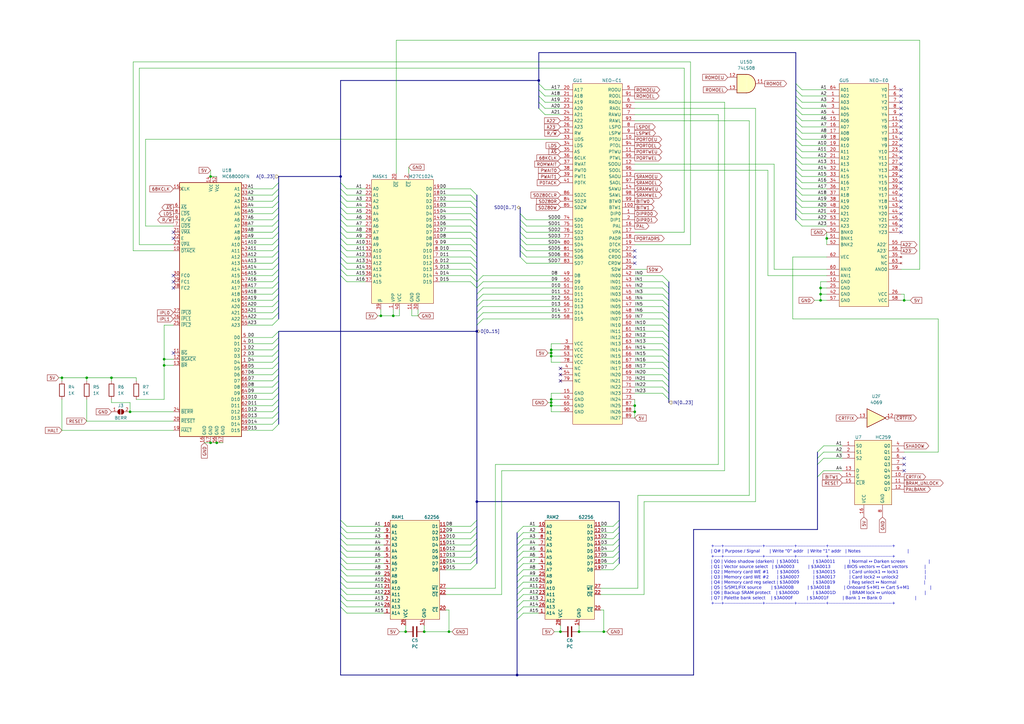
<source format=kicad_sch>
(kicad_sch (version 20250114) (generator "eeschema") (generator_version "9.0")
  (paper "A3")
  (title_block (title "NEO-MVH MV1FZS") (date "2025-10-13") (comment 1 "Not official schematic from SNK") (comment 2 "Use at your own discretion"))
  (text "+----+------------------------+------------------+------------------+----------------------------------------+\n| Q# | Purpose / Signal       | Write \"0\" addr   | Write \"1\" addr   | Notes                                  |\n+----+------------------------+------------------+------------------+----------------------------------------+\n| Q0 | Video shadow (darken)  | $3A0001          | $3A0011          | Normal ↔ Darken screen                 |\n| Q1 | Vector source select   | $3A0003          | $3A0013          | BIOS vectors ↔ Cart vectors            |\n| Q2 | Memory card WE #1      | $3A0005          | $3A0015          | Card unlock1 ↔ lock1                   |\n| Q3 | Memory card WE #2      | $3A0007          | $3A0017          | Card lock2 ↔ unlock2                   |\n| Q4 | Memory card reg select | $3A0009          | $3A0019          | Reg select ↔ Normal                    |\n| Q5 | S/SM1/FIX source       | $3A000B          | $3A001B          | Onboard S+M1 ↔ Cart S+M1               |\n| Q6 | Backup SRAM protect    | $3A000D          | $3A001D          | BRAM lock ↔ unlock                     |\n| Q7 | Palette bank select    | $3A000F          | $3A001F          | Bank 1 ↔ Bank 0                        |\n+----+------------------------+------------------+------------------+----------------------------------------+\n" (at 291.592 236.22 0) (effects (font (size 1.27 1.27)) (justify left)))
  (junction (at 53.34 168.91))
  (junction (at 220.98 33.02))
  (junction (at 195.58 135.89))
  (junction (at 184.15 259.08))
  (junction (at 35.56 154.94))
  (junction (at 226.06 163.83))
  (junction (at 156.21 129.54))
  (junction (at 339.09 97.79))
  (junction (at 336.55 120.65))
  (junction (at 67.31 149.86))
  (junction (at 226.06 146.05))
  (junction (at 45.72 154.94))
  (junction (at 161.29 129.54))
  (junction (at 212.09 276.86))
  (junction (at 173.99 259.08))
  (junction (at 86.36 181.61))
  (junction (at 195.58 205.74))
  (junction (at 260.35 168.91))
  (junction (at 226.06 143.51))
  (junction (at 139.7 72.39))
  (junction (at 166.37 259.08))
  (junction (at 226.06 165.1))
  (junction (at 88.9 181.61))
  (junction (at 229.87 259.08))
  (junction (at 247.65 259.08))
  (junction (at 237.49 259.08))
  (junction (at 370.84 123.19))
  (junction (at 336.55 118.11))
  (junction (at 336.55 123.19))
  (junction (at 260.35 166.37))
  (junction (at 226.06 144.78))
  (junction (at 86.36 72.39))
  (junction (at 226.06 166.37))
  (junction (at 25.4 154.94))
  (junction (at 67.31 147.32))
  (no_connect (at 71.12 97.79))
  (no_connect (at 369.57 72.39))
  (no_connect (at 369.57 90.17))
  (no_connect (at 71.12 95.25))
  (no_connect (at 229.87 151.13))
  (no_connect (at 370.84 187.96))
  (no_connect (at 369.57 92.71))
  (no_connect (at 71.12 118.11))
  (no_connect (at 369.57 59.69))
  (no_connect (at 369.57 95.25))
  (no_connect (at 370.84 193.04))
  (no_connect (at 369.57 36.83))
  (no_connect (at 369.57 41.91))
  (no_connect (at 369.57 67.31))
  (no_connect (at 369.57 62.23))
  (no_connect (at 260.35 107.95))
  (no_connect (at 229.87 156.21))
  (no_connect (at 369.57 69.85))
  (no_connect (at 369.57 87.63))
  (no_connect (at 369.57 44.45))
  (no_connect (at 370.84 190.5))
  (no_connect (at 71.12 144.78))
  (no_connect (at 369.57 57.15))
  (no_connect (at 369.57 80.01))
  (no_connect (at 369.57 82.55))
  (no_connect (at 369.57 39.37))
  (no_connect (at 260.35 102.87))
  (no_connect (at 369.57 52.07))
  (no_connect (at 260.35 105.41))
  (no_connect (at 369.57 49.53))
  (no_connect (at 71.12 115.57))
  (no_connect (at 229.87 153.67))
  (no_connect (at 369.57 46.99))
  (no_connect (at 71.12 113.03))
  (no_connect (at 369.57 74.93))
  (no_connect (at 369.57 85.09))
  (no_connect (at 369.57 77.47))
  (no_connect (at 369.57 54.61))
  (no_connect (at 369.57 64.77))
  (bus_entry (at 195.58 220.98) (size -2.54 2.54))
  (bus_entry (at 212.09 246.38) (size 2.54 -2.54))
  (bus_entry (at 114.3 138.43) (size -2.54 2.54))
  (bus_entry (at 139.7 236.22) (size 2.54 2.54))
  (bus_entry (at 114.3 102.87) (size -2.54 2.54))
  (bus_entry (at 335.28 195.58) (size 2.54 -2.54))
  (bus_entry (at 274.32 118.11) (size -2.54 -2.54))
  (bus_entry (at 114.3 128.27) (size -2.54 2.54))
  (bus_entry (at 212.09 228.6) (size 2.54 -2.54))
  (bus_entry (at 274.32 135.89) (size -2.54 -2.54))
  (bus_entry (at 254 226.06) (size -2.54 2.54))
  (bus_entry (at 326.39 34.29) (size 2.54 2.54))
  (bus_entry (at 195.58 218.44) (size -2.54 2.54))
  (bus_entry (at 114.3 173.99) (size -2.54 2.54))
  (bus_entry (at 139.7 74.93) (size 2.54 2.54))
  (bus_entry (at 114.3 161.29) (size -2.54 2.54))
  (bus_entry (at 195.58 102.87) (size -2.54 -2.54))
  (bus_entry (at 114.3 105.41) (size -2.54 2.54))
  (bus_entry (at 195.58 105.41) (size -2.54 -2.54))
  (bus_entry (at 254 215.9) (size -2.54 2.54))
  (bus_entry (at 139.7 246.38) (size 2.54 2.54))
  (bus_entry (at 195.58 118.11) (size 2.54 -2.54))
  (bus_entry (at 326.39 59.69) (size 2.54 2.54))
  (bus_entry (at 114.3 80.01) (size -2.54 2.54))
  (bus_entry (at 139.7 95.25) (size 2.54 2.54))
  (bus_entry (at 114.3 148.59) (size -2.54 2.54))
  (bus_entry (at 326.39 36.83) (size 2.54 2.54))
  (bus_entry (at 274.32 163.83) (size -2.54 -2.54))
  (bus_entry (at 212.09 248.92) (size 2.54 -2.54))
  (bus_entry (at 274.32 120.65) (size -2.54 -2.54))
  (bus_entry (at 114.3 118.11) (size -2.54 2.54))
  (bus_entry (at 212.09 238.76) (size 2.54 -2.54))
  (bus_entry (at 114.3 100.33) (size -2.54 2.54))
  (bus_entry (at 220.98 34.29) (size 2.54 2.54))
  (bus_entry (at 114.3 90.17) (size -2.54 2.54))
  (bus_entry (at 213.36 95.25) (size 2.54 2.54))
  (bus_entry (at 220.98 39.37) (size 2.54 2.54))
  (bus_entry (at 139.7 233.68) (size 2.54 2.54))
  (bus_entry (at 139.7 105.41) (size 2.54 2.54))
  (bus_entry (at 212.09 220.98) (size 2.54 -2.54))
  (bus_entry (at 114.3 125.73) (size -2.54 2.54))
  (bus_entry (at 326.39 54.61) (size 2.54 2.54))
  (bus_entry (at 195.58 115.57) (size -2.54 -2.54))
  (bus_entry (at 220.98 36.83) (size 2.54 2.54))
  (bus_entry (at 195.58 223.52) (size -2.54 2.54))
  (bus_entry (at 326.39 44.45) (size 2.54 2.54))
  (bus_entry (at 254 223.52) (size -2.54 2.54))
  (bus_entry (at 274.32 161.29) (size -2.54 -2.54))
  (bus_entry (at 139.7 215.9) (size 2.54 2.54))
  (bus_entry (at 274.32 128.27) (size -2.54 -2.54))
  (bus_entry (at 114.3 123.19) (size -2.54 2.54))
  (bus_entry (at 195.58 113.03) (size -2.54 -2.54))
  (bus_entry (at 114.3 74.93) (size -2.54 2.54))
  (bus_entry (at 139.7 243.84) (size 2.54 2.54))
  (bus_entry (at 274.32 158.75) (size -2.54 -2.54))
  (bus_entry (at 274.32 153.67) (size -2.54 -2.54))
  (bus_entry (at 114.3 85.09) (size -2.54 2.54))
  (bus_entry (at 335.28 185.42) (size 2.54 -2.54))
  (bus_entry (at 195.58 128.27) (size 2.54 -2.54))
  (bus_entry (at 213.36 102.87) (size 2.54 2.54))
  (bus_entry (at 139.7 223.52) (size 2.54 2.54))
  (bus_entry (at 139.7 110.49) (size 2.54 2.54))
  (bus_entry (at 254 231.14) (size -2.54 2.54))
  (bus_entry (at 212.09 236.22) (size 2.54 -2.54))
  (bus_entry (at 139.7 213.36) (size 2.54 2.54))
  (bus_entry (at 326.39 46.99) (size 2.54 2.54))
  (bus_entry (at 139.7 107.95) (size 2.54 2.54))
  (bus_entry (at 195.58 82.55) (size -2.54 -2.54))
  (bus_entry (at 326.39 41.91) (size 2.54 2.54))
  (bus_entry (at 139.7 82.55) (size 2.54 2.54))
  (bus_entry (at 213.36 87.63) (size 2.54 2.54))
  (bus_entry (at 335.28 190.5) (size 2.54 -2.54))
  (bus_entry (at 212.09 254) (size 2.54 -2.54))
  (bus_entry (at 274.32 151.13) (size -2.54 -2.54))
  (bus_entry (at 114.3 120.65) (size -2.54 2.54))
  (bus_entry (at 195.58 125.73) (size 2.54 -2.54))
  (bus_entry (at 139.7 226.06) (size 2.54 2.54))
  (bus_entry (at 114.3 115.57) (size -2.54 2.54))
  (bus_entry (at 195.58 228.6) (size -2.54 2.54))
  (bus_entry (at 114.3 168.91) (size -2.54 2.54))
  (bus_entry (at 195.58 115.57) (size 2.54 -2.54))
  (bus_entry (at 195.58 92.71) (size -2.54 -2.54))
  (bus_entry (at 195.58 110.49) (size -2.54 -2.54))
  (bus_entry (at 212.09 233.68) (size 2.54 -2.54))
  (bus_entry (at 326.39 80.01) (size 2.54 2.54))
  (bus_entry (at 114.3 158.75) (size -2.54 2.54))
  (bus_entry (at 139.7 238.76) (size 2.54 2.54))
  (bus_entry (at 220.98 44.45) (size 2.54 2.54))
  (bus_entry (at 274.32 125.73) (size -2.54 -2.54))
  (bus_entry (at 213.36 105.41) (size 2.54 2.54))
  (bus_entry (at 254 213.36) (size -2.54 2.54))
  (bus_entry (at 213.36 92.71) (size 2.54 2.54))
  (bus_entry (at 195.58 87.63) (size -2.54 -2.54))
  (bus_entry (at 326.39 67.31) (size 2.54 2.54))
  (bus_entry (at 114.3 107.95) (size -2.54 2.54))
  (bus_entry (at 195.58 95.25) (size -2.54 -2.54))
  (bus_entry (at 195.58 97.79) (size -2.54 -2.54))
  (bus_entry (at 114.3 151.13) (size -2.54 2.54))
  (bus_entry (at 326.39 90.17) (size 2.54 2.54))
  (bus_entry (at 212.09 223.52) (size 2.54 -2.54))
  (bus_entry (at 114.3 156.21) (size -2.54 2.54))
  (bus_entry (at 114.3 110.49) (size -2.54 2.54))
  (bus_entry (at 213.36 100.33) (size 2.54 2.54))
  (bus_entry (at 335.28 187.96) (size 2.54 -2.54))
  (bus_entry (at 195.58 213.36) (size -2.54 2.54))
  (bus_entry (at 274.32 140.97) (size -2.54 -2.54))
  (bus_entry (at 114.3 95.25) (size -2.54 2.54))
  (bus_entry (at 139.7 90.17) (size 2.54 2.54))
  (bus_entry (at 326.39 39.37) (size 2.54 2.54))
  (bus_entry (at 114.3 92.71) (size -2.54 2.54))
  (bus_entry (at 326.39 57.15) (size 2.54 2.54))
  (bus_entry (at 274.32 146.05) (size -2.54 -2.54))
  (bus_entry (at 195.58 231.14) (size -2.54 2.54))
  (bus_entry (at 139.7 241.3) (size 2.54 2.54))
  (bus_entry (at 326.39 62.23) (size 2.54 2.54))
  (bus_entry (at 139.7 87.63) (size 2.54 2.54))
  (bus_entry (at 326.39 69.85) (size 2.54 2.54))
  (bus_entry (at 212.09 218.44) (size 2.54 -2.54))
  (bus_entry (at 274.32 148.59) (size -2.54 -2.54))
  (bus_entry (at 139.7 218.44) (size 2.54 2.54))
  (bus_entry (at 114.3 97.79) (size -2.54 2.54))
  (bus_entry (at 274.32 123.19) (size -2.54 -2.54))
  (bus_entry (at 326.39 49.53) (size 2.54 2.54))
  (bus_entry (at 274.32 143.51) (size -2.54 -2.54))
  (bus_entry (at 114.3 140.97) (size -2.54 2.54))
  (bus_entry (at 326.39 72.39) (size 2.54 2.54))
  (bus_entry (at 114.3 166.37) (size -2.54 2.54))
  (bus_entry (at 212.09 251.46) (size 2.54 -2.54))
  (bus_entry (at 274.32 138.43) (size -2.54 -2.54))
  (bus_entry (at 139.7 231.14) (size 2.54 2.54))
  (bus_entry (at 274.32 156.21) (size -2.54 -2.54))
  (bus_entry (at 195.58 85.09) (size -2.54 -2.54))
  (bus_entry (at 139.7 102.87) (size 2.54 2.54))
  (bus_entry (at 114.3 77.47) (size -2.54 2.54))
  (bus_entry (at 114.3 153.67) (size -2.54 2.54))
  (bus_entry (at 274.32 115.57) (size -2.54 -2.54))
  (bus_entry (at 139.7 113.03) (size 2.54 2.54))
  (bus_entry (at 139.7 248.92) (size 2.54 2.54))
  (bus_entry (at 139.7 80.01) (size 2.54 2.54))
  (bus_entry (at 326.39 74.93) (size 2.54 2.54))
  (bus_entry (at 274.32 130.81) (size -2.54 -2.54))
  (bus_entry (at 195.58 215.9) (size -2.54 2.54))
  (bus_entry (at 114.3 163.83) (size -2.54 2.54))
  (bus_entry (at 212.09 241.3) (size 2.54 -2.54))
  (bus_entry (at 213.36 97.79) (size 2.54 2.54))
  (bus_entry (at 254 218.44) (size -2.54 2.54))
  (bus_entry (at 195.58 120.65) (size 2.54 -2.54))
  (bus_entry (at 114.3 87.63) (size -2.54 2.54))
  (bus_entry (at 114.3 113.03) (size -2.54 2.54))
  (bus_entry (at 195.58 130.81) (size 2.54 -2.54))
  (bus_entry (at 195.58 133.35) (size 2.54 -2.54))
  (bus_entry (at 326.39 64.77) (size 2.54 2.54))
  (bus_entry (at 114.3 82.55) (size -2.54 2.54))
  (bus_entry (at 139.7 92.71) (size 2.54 2.54))
  (bus_entry (at 326.39 52.07) (size 2.54 2.54))
  (bus_entry (at 326.39 77.47) (size 2.54 2.54))
  (bus_entry (at 274.32 133.35) (size -2.54 -2.54))
  (bus_entry (at 326.39 82.55) (size 2.54 2.54))
  (bus_entry (at 195.58 100.33) (size -2.54 -2.54))
  (bus_entry (at 212.09 226.06) (size 2.54 -2.54))
  (bus_entry (at 139.7 228.6) (size 2.54 2.54))
  (bus_entry (at 326.39 85.09) (size 2.54 2.54))
  (bus_entry (at 213.36 90.17) (size 2.54 2.54))
  (bus_entry (at 220.98 41.91) (size 2.54 2.54))
  (bus_entry (at 114.3 130.81) (size -2.54 2.54))
  (bus_entry (at 195.58 80.01) (size -2.54 -2.54))
  (bus_entry (at 139.7 77.47) (size 2.54 2.54))
  (bus_entry (at 139.7 220.98) (size 2.54 2.54))
  (bus_entry (at 114.3 146.05) (size -2.54 2.54))
  (bus_entry (at 195.58 226.06) (size -2.54 2.54))
  (bus_entry (at 114.3 135.89) (size -2.54 2.54))
  (bus_entry (at 195.58 90.17) (size -2.54 -2.54))
  (bus_entry (at 114.3 171.45) (size -2.54 2.54))
  (bus_entry (at 139.7 100.33) (size 2.54 2.54))
  (bus_entry (at 254 228.6) (size -2.54 2.54))
  (bus_entry (at 212.09 243.84) (size 2.54 -2.54))
  (bus_entry (at 254 220.98) (size -2.54 2.54))
  (bus_entry (at 114.3 143.51) (size -2.54 2.54))
  (bus_entry (at 139.7 97.79) (size 2.54 2.54))
  (bus_entry (at 195.58 107.95) (size -2.54 -2.54))
  (bus_entry (at 326.39 87.63) (size 2.54 2.54))
  (bus_entry (at 195.58 123.19) (size 2.54 -2.54))
  (bus_entry (at 195.58 118.11) (size -2.54 -2.54))
  (bus_entry (at 212.09 231.14) (size 2.54 -2.54))
  (bus_entry (at 139.7 85.09) (size 2.54 2.54))
  (bus (pts (xy 114.3 168.91) (xy 114.3 171.45)))
  (bus (pts (xy 139.7 226.06) (xy 139.7 228.6)))
  (wire (pts (xy 370.84 120.65) (xy 370.84 123.19)))
  (wire (pts (xy 168.91 129.54) (xy 168.91 127)))
  (wire (pts (xy 247.65 259.08) (xy 237.49 259.08)))
  (bus (pts (xy 195.58 123.19) (xy 195.58 125.73)))
  (wire (pts (xy 142.24 243.84) (xy 157.48 243.84)))
  (wire (pts (xy 260.35 166.37) (xy 260.35 168.91)))
  (wire (pts (xy 101.6 92.71) (xy 111.76 92.71)))
  (wire (pts (xy 198.12 120.65) (xy 229.87 120.65)))
  (wire (pts (xy 142.24 80.01) (xy 149.86 80.01)))
  (bus (pts (xy 195.58 118.11) (xy 195.58 120.65)))
  (bus (pts (xy 114.3 153.67) (xy 114.3 156.21)))
  (bus (pts (xy 139.7 77.47) (xy 139.7 80.01)))
  (bus (pts (xy 195.58 85.09) (xy 195.58 87.63)))
  (wire (pts (xy 317.5 67.31) (xy 317.5 110.49)))
  (wire (pts (xy 339.09 95.25) (xy 339.09 97.79)))
  (bus (pts (xy 195.58 107.95) (xy 195.58 110.49)))
  (wire (pts (xy 307.34 49.53) (xy 307.34 203.2)))
  (wire (pts (xy 369.57 120.65) (xy 370.84 120.65)))
  (wire (pts (xy 24.13 154.94) (xy 25.4 154.94)))
  (bus (pts (xy 114.3 92.71) (xy 114.3 95.25)))
  (wire (pts (xy 203.2 190.5) (xy 203.2 241.3)))
  (wire (pts (xy 101.6 118.11) (xy 111.76 118.11)))
  (wire (pts (xy 214.63 251.46) (xy 220.98 251.46)))
  (wire (pts (xy 246.38 223.52) (xy 251.46 223.52)))
  (bus (pts (xy 139.7 231.14) (xy 139.7 233.68)))
  (wire (pts (xy 59.69 92.71) (xy 59.69 57.15)))
  (wire (pts (xy 180.34 95.25) (xy 193.04 95.25)))
  (wire (pts (xy 260.35 67.31) (xy 317.5 67.31)))
  (wire (pts (xy 101.6 102.87) (xy 111.76 102.87)))
  (wire (pts (xy 25.4 154.94) (xy 25.4 156.21)))
  (bus (pts (xy 212.09 241.3) (xy 212.09 243.84)))
  (wire (pts (xy 53.34 168.91) (xy 71.12 168.91)))
  (wire (pts (xy 215.9 97.79) (xy 229.87 97.79)))
  (bus (pts (xy 195.58 113.03) (xy 195.58 115.57)))
  (bus (pts (xy 139.7 243.84) (xy 139.7 246.38)))
  (wire (pts (xy 339.09 62.23) (xy 328.93 62.23)))
  (bus (pts (xy 212.09 243.84) (xy 212.09 246.38)))
  (bus (pts (xy 326.39 82.55) (xy 326.39 85.09)))
  (bus (pts (xy 195.58 120.65) (xy 195.58 123.19)))
  (bus (pts (xy 114.3 148.59) (xy 114.3 151.13)))
  (bus (pts (xy 139.7 213.36) (xy 139.7 215.9)))
  (wire (pts (xy 223.52 39.37) (xy 229.87 39.37)))
  (bus (pts (xy 195.58 97.79) (xy 195.58 100.33)))
  (bus (pts (xy 212.09 236.22) (xy 212.09 238.76)))
  (bus (pts (xy 139.7 220.98) (xy 139.7 223.52)))
  (wire (pts (xy 101.6 125.73) (xy 111.76 125.73)))
  (bus (pts (xy 326.39 87.63) (xy 326.39 90.17)))
  (bus (pts (xy 139.7 74.93) (xy 139.7 77.47)))
  (wire (pts (xy 67.31 133.35) (xy 67.31 147.32)))
  (wire (pts (xy 226.06 140.97) (xy 229.87 140.97)))
  (bus (pts (xy 220.98 34.29) (xy 220.98 36.83)))
  (bus (pts (xy 274.32 138.43) (xy 274.32 140.97)))
  (bus (pts (xy 274.32 128.27) (xy 274.32 130.81)))
  (bus (pts (xy 114.3 125.73) (xy 114.3 128.27)))
  (wire (pts (xy 71.12 92.71) (xy 59.69 92.71)))
  (wire (pts (xy 214.63 243.84) (xy 220.98 243.84)))
  (bus (pts (xy 335.28 195.58) (xy 335.28 217.17)))
  (bus (pts (xy 213.36 100.33) (xy 213.36 102.87)))
  (wire (pts (xy 101.6 161.29) (xy 111.76 161.29)))
  (wire (pts (xy 57.15 27.94) (xy 280.67 27.94)))
  (bus (pts (xy 195.58 80.01) (xy 195.58 82.55)))
  (wire (pts (xy 336.55 123.19) (xy 339.09 123.19)))
  (wire (pts (xy 339.09 36.83) (xy 328.93 36.83)))
  (wire (pts (xy 142.24 110.49) (xy 149.86 110.49)))
  (wire (pts (xy 223.52 46.99) (xy 229.87 46.99)))
  (bus (pts (xy 195.58 110.49) (xy 195.58 113.03)))
  (bus (pts (xy 213.36 102.87) (xy 213.36 105.41)))
  (wire (pts (xy 101.6 97.79) (xy 111.76 97.79)))
  (bus (pts (xy 139.7 72.39) (xy 139.7 33.02)))
  (bus (pts (xy 114.3 118.11) (xy 114.3 120.65)))
  (wire (pts (xy 67.31 149.86) (xy 67.31 163.83)))
  (bus (pts (xy 213.36 90.17) (xy 213.36 92.71)))
  (wire (pts (xy 226.06 163.83) (xy 229.87 163.83)))
  (bus (pts (xy 139.7 95.25) (xy 139.7 97.79)))
  (wire (pts (xy 142.24 90.17) (xy 149.86 90.17)))
  (bus (pts (xy 220.98 33.02) (xy 220.98 34.29)))
  (wire (pts (xy 67.31 149.86) (xy 71.12 149.86)))
  (wire (pts (xy 294.64 46.99) (xy 294.64 190.5)))
  (wire (pts (xy 336.55 123.19) (xy 334.01 123.19)))
  (wire (pts (xy 101.6 85.09) (xy 111.76 85.09)))
  (wire (pts (xy 223.52 44.45) (xy 229.87 44.45)))
  (wire (pts (xy 142.24 115.57) (xy 149.86 115.57)))
  (wire (pts (xy 182.88 226.06) (xy 193.04 226.06)))
  (bus (pts (xy 139.7 228.6) (xy 139.7 231.14)))
  (wire (pts (xy 309.88 205.74) (xy 264.16 205.74)))
  (bus (pts (xy 326.39 64.77) (xy 326.39 67.31)))
  (wire (pts (xy 156.21 127) (xy 156.21 129.54)))
  (bus (pts (xy 220.98 21.59) (xy 326.39 21.59)))
  (wire (pts (xy 339.09 39.37) (xy 328.93 39.37)))
  (bus (pts (xy 326.39 77.47) (xy 326.39 80.01)))
  (bus (pts (xy 195.58 205.74) (xy 254 205.74)))
  (wire (pts (xy 67.31 163.83) (xy 55.88 163.83)))
  (wire (pts (xy 156.21 129.54) (xy 161.29 129.54)))
  (wire (pts (xy 226.06 146.05) (xy 229.87 146.05)))
  (bus (pts (xy 114.3 140.97) (xy 114.3 143.51)))
  (wire (pts (xy 214.63 248.92) (xy 220.98 248.92)))
  (wire (pts (xy 314.96 69.85) (xy 314.96 113.03)))
  (wire (pts (xy 142.24 236.22) (xy 157.48 236.22)))
  (wire (pts (xy 59.69 57.15) (xy 229.87 57.15)))
  (wire (pts (xy 161.29 127) (xy 161.29 129.54)))
  (wire (pts (xy 142.24 77.47) (xy 149.86 77.47)))
  (bus (pts (xy 326.39 72.39) (xy 326.39 74.93)))
  (wire (pts (xy 215.9 92.71) (xy 229.87 92.71)))
  (bus (pts (xy 114.3 146.05) (xy 114.3 148.59)))
  (bus (pts (xy 326.39 41.91) (xy 326.39 44.45)))
  (wire (pts (xy 101.6 130.81) (xy 111.76 130.81)))
  (wire (pts (xy 309.88 44.45) (xy 309.88 205.74)))
  (bus (pts (xy 212.09 231.14) (xy 212.09 233.68)))
  (bus (pts (xy 114.3 151.13) (xy 114.3 153.67)))
  (wire (pts (xy 198.12 125.73) (xy 229.87 125.73)))
  (wire (pts (xy 283.21 25.4) (xy 283.21 100.33)))
  (wire (pts (xy 71.12 133.35) (xy 67.31 133.35)))
  (wire (pts (xy 25.4 163.83) (xy 25.4 176.53)))
  (wire (pts (xy 226.06 146.05) (xy 226.06 144.78)))
  (wire (pts (xy 180.34 100.33) (xy 193.04 100.33)))
  (wire (pts (xy 198.12 123.19) (xy 229.87 123.19)))
  (wire (pts (xy 339.09 90.17) (xy 328.93 90.17)))
  (wire (pts (xy 35.56 154.94) (xy 35.56 156.21)))
  (bus (pts (xy 212.09 238.76) (xy 212.09 241.3)))
  (bus (pts (xy 254 228.6) (xy 254 231.14)))
  (bus (pts (xy 326.39 46.99) (xy 326.39 49.53)))
  (wire (pts (xy 142.24 95.25) (xy 149.86 95.25)))
  (bus (pts (xy 274.32 133.35) (xy 274.32 135.89)))
  (wire (pts (xy 339.09 69.85) (xy 328.93 69.85)))
  (bus (pts (xy 139.7 80.01) (xy 139.7 82.55)))
  (wire (pts (xy 101.6 163.83) (xy 111.76 163.83)))
  (bus (pts (xy 274.32 158.75) (xy 274.32 161.29)))
  (bus (pts (xy 274.32 130.81) (xy 274.32 133.35)))
  (wire (pts (xy 325.12 105.41) (xy 325.12 130.81)))
  (wire (pts (xy 71.12 100.33) (xy 57.15 100.33)))
  (bus (pts (xy 335.28 185.42) (xy 335.28 187.96)))
  (wire (pts (xy 198.12 130.81) (xy 229.87 130.81)))
  (wire (pts (xy 198.12 113.03) (xy 229.87 113.03)))
  (wire (pts (xy 336.55 115.57) (xy 339.09 115.57)))
  (wire (pts (xy 325.12 130.81) (xy 384.81 130.81)))
  (bus (pts (xy 139.7 276.86) (xy 212.09 276.86)))
  (wire (pts (xy 180.34 80.01) (xy 193.04 80.01)))
  (wire (pts (xy 226.06 143.51) (xy 226.06 140.97)))
  (wire (pts (xy 339.09 87.63) (xy 328.93 87.63)))
  (wire (pts (xy 246.38 228.6) (xy 251.46 228.6)))
  (bus (pts (xy 139.7 218.44) (xy 139.7 220.98)))
  (wire (pts (xy 142.24 218.44) (xy 157.48 218.44)))
  (wire (pts (xy 35.56 154.94) (xy 45.72 154.94)))
  (wire (pts (xy 101.6 82.55) (xy 111.76 82.55)))
  (bus (pts (xy 220.98 33.02) (xy 220.98 21.59)))
  (bus (pts (xy 139.7 107.95) (xy 139.7 110.49)))
  (bus (pts (xy 139.7 82.55) (xy 139.7 85.09)))
  (wire (pts (xy 337.82 182.88) (xy 345.44 182.88)))
  (bus (pts (xy 213.36 95.25) (xy 213.36 97.79)))
  (bus (pts (xy 284.48 217.17) (xy 335.28 217.17)))
  (wire (pts (xy 339.09 82.55) (xy 328.93 82.55)))
  (bus (pts (xy 274.32 143.51) (xy 274.32 146.05)))
  (wire (pts (xy 369.57 123.19) (xy 370.84 123.19)))
  (wire (pts (xy 339.09 41.91) (xy 328.93 41.91)))
  (wire (pts (xy 101.6 90.17) (xy 111.76 90.17)))
  (bus (pts (xy 114.3 87.63) (xy 114.3 90.17)))
  (wire (pts (xy 214.63 236.22) (xy 220.98 236.22)))
  (wire (pts (xy 182.88 233.68) (xy 193.04 233.68)))
  (wire (pts (xy 86.36 72.39) (xy 88.9 72.39)))
  (wire (pts (xy 260.35 135.89) (xy 271.78 135.89)))
  (wire (pts (xy 180.34 92.71) (xy 193.04 92.71)))
  (bus (pts (xy 139.7 100.33) (xy 139.7 102.87)))
  (bus (pts (xy 326.39 52.07) (xy 326.39 54.61)))
  (wire (pts (xy 336.55 120.65) (xy 336.55 123.19)))
  (bus (pts (xy 195.58 205.74) (xy 195.58 213.36)))
  (wire (pts (xy 205.74 193.04) (xy 205.74 243.84)))
  (bus (pts (xy 284.48 276.86) (xy 284.48 217.17)))
  (bus (pts (xy 254 220.98) (xy 254 223.52)))
  (wire (pts (xy 317.5 110.49) (xy 339.09 110.49)))
  (wire (pts (xy 339.09 74.93) (xy 328.93 74.93)))
  (bus (pts (xy 212.09 226.06) (xy 212.09 228.6)))
  (wire (pts (xy 246.38 226.06) (xy 251.46 226.06)))
  (bus (pts (xy 274.32 135.89) (xy 274.32 138.43)))
  (bus (pts (xy 114.3 120.65) (xy 114.3 123.19)))
  (wire (pts (xy 101.6 107.95) (xy 111.76 107.95)))
  (bus (pts (xy 326.39 36.83) (xy 326.39 39.37)))
  (wire (pts (xy 260.35 163.83) (xy 260.35 166.37)))
  (bus (pts (xy 139.7 215.9) (xy 139.7 218.44)))
  (bus (pts (xy 274.32 151.13) (xy 274.32 153.67)))
  (wire (pts (xy 57.15 100.33) (xy 57.15 27.94)))
  (wire (pts (xy 260.35 151.13) (xy 271.78 151.13)))
  (wire (pts (xy 173.99 256.54) (xy 173.99 259.08)))
  (wire (pts (xy 101.6 133.35) (xy 111.76 133.35)))
  (bus (pts (xy 195.58 220.98) (xy 195.58 223.52)))
  (wire (pts (xy 182.88 231.14) (xy 193.04 231.14)))
  (bus (pts (xy 114.3 72.39) (xy 114.3 74.93)))
  (wire (pts (xy 260.35 110.49) (xy 265.43 110.49)))
  (wire (pts (xy 260.35 158.75) (xy 271.78 158.75)))
  (bus (pts (xy 213.36 97.79) (xy 213.36 100.33)))
  (bus (pts (xy 212.09 218.44) (xy 212.09 220.98)))
  (wire (pts (xy 215.9 90.17) (xy 229.87 90.17)))
  (wire (pts (xy 339.09 59.69) (xy 328.93 59.69)))
  (wire (pts (xy 142.24 228.6) (xy 157.48 228.6)))
  (wire (pts (xy 260.35 153.67) (xy 271.78 153.67)))
  (bus (pts (xy 335.28 190.5) (xy 335.28 195.58)))
  (bus (pts (xy 212.09 220.98) (xy 212.09 223.52)))
  (bus (pts (xy 254 215.9) (xy 254 218.44)))
  (bus (pts (xy 274.32 163.83) (xy 274.32 165.1)))
  (wire (pts (xy 226.06 161.29) (xy 229.87 161.29)))
  (bus (pts (xy 326.39 39.37) (xy 326.39 41.91)))
  (wire (pts (xy 171.45 129.54) (xy 168.91 129.54)))
  (wire (pts (xy 101.6 128.27) (xy 111.76 128.27)))
  (wire (pts (xy 185.42 259.08) (xy 184.15 259.08)))
  (wire (pts (xy 101.6 80.01) (xy 111.76 80.01)))
  (bus (pts (xy 326.39 74.93) (xy 326.39 77.47)))
  (wire (pts (xy 226.06 166.37) (xy 229.87 166.37)))
  (wire (pts (xy 214.63 233.68) (xy 220.98 233.68)))
  (wire (pts (xy 227.33 259.08) (xy 229.87 259.08)))
  (bus (pts (xy 114.3 100.33) (xy 114.3 102.87)))
  (bus (pts (xy 274.32 115.57) (xy 274.32 118.11)))
  (wire (pts (xy 226.06 168.91) (xy 229.87 168.91)))
  (bus (pts (xy 139.7 102.87) (xy 139.7 105.41)))
  (bus (pts (xy 195.58 223.52) (xy 195.58 226.06)))
  (wire (pts (xy 101.6 105.41) (xy 111.76 105.41)))
  (bus (pts (xy 212.09 223.52) (xy 212.09 226.06)))
  (wire (pts (xy 182.88 228.6) (xy 193.04 228.6)))
  (wire (pts (xy 161.29 129.54) (xy 163.83 129.54)))
  (bus (pts (xy 114.3 82.55) (xy 114.3 85.09)))
  (bus (pts (xy 195.58 82.55) (xy 195.58 85.09)))
  (bus (pts (xy 114.3 110.49) (xy 114.3 113.03)))
  (bus (pts (xy 326.39 49.53) (xy 326.39 52.07)))
  (wire (pts (xy 377.19 110.49) (xy 369.57 110.49)))
  (wire (pts (xy 180.34 115.57) (xy 193.04 115.57)))
  (wire (pts (xy 101.6 153.67) (xy 111.76 153.67)))
  (wire (pts (xy 260.35 148.59) (xy 271.78 148.59)))
  (bus (pts (xy 114.3 143.51) (xy 114.3 146.05)))
  (wire (pts (xy 260.35 146.05) (xy 271.78 146.05)))
  (wire (pts (xy 223.52 41.91) (xy 229.87 41.91)))
  (wire (pts (xy 339.09 80.01) (xy 328.93 80.01)))
  (wire (pts (xy 101.6 176.53) (xy 111.76 176.53)))
  (wire (pts (xy 162.56 16.51) (xy 162.56 71.12)))
  (wire (pts (xy 101.6 168.91) (xy 111.76 168.91)))
  (wire (pts (xy 264.16 243.84) (xy 264.16 205.74)))
  (wire (pts (xy 370.84 123.19) (xy 373.38 123.19)))
  (bus (pts (xy 139.7 105.41) (xy 139.7 107.95)))
  (bus (pts (xy 114.3 74.93) (xy 114.3 77.47)))
  (wire (pts (xy 54.61 25.4) (xy 283.21 25.4)))
  (bus (pts (xy 114.3 163.83) (xy 114.3 166.37)))
  (wire (pts (xy 25.4 154.94) (xy 35.56 154.94)))
  (bus (pts (xy 195.58 125.73) (xy 195.58 128.27)))
  (wire (pts (xy 271.78 115.57) (xy 260.35 115.57)))
  (bus (pts (xy 212.09 228.6) (xy 212.09 231.14)))
  (wire (pts (xy 180.34 97.79) (xy 193.04 97.79)))
  (wire (pts (xy 384.81 130.81) (xy 384.81 185.42)))
  (wire (pts (xy 214.63 238.76) (xy 220.98 238.76)))
  (wire (pts (xy 260.35 118.11) (xy 271.78 118.11)))
  (wire (pts (xy 180.34 110.49) (xy 193.04 110.49)))
  (wire (pts (xy 101.6 148.59) (xy 111.76 148.59)))
  (wire (pts (xy 101.6 110.49) (xy 111.76 110.49)))
  (wire (pts (xy 224.79 165.1) (xy 226.06 165.1)))
  (bus (pts (xy 195.58 226.06) (xy 195.58 228.6)))
  (wire (pts (xy 339.09 52.07) (xy 328.93 52.07)))
  (wire (pts (xy 184.15 250.19) (xy 182.88 250.19)))
  (wire (pts (xy 180.34 82.55) (xy 193.04 82.55)))
  (bus (pts (xy 139.7 238.76) (xy 139.7 241.3)))
  (wire (pts (xy 260.35 46.99) (xy 294.64 46.99)))
  (bus (pts (xy 220.98 36.83) (xy 220.98 39.37)))
  (wire (pts (xy 336.55 118.11) (xy 336.55 120.65)))
  (wire (pts (xy 180.34 105.41) (xy 193.04 105.41)))
  (bus (pts (xy 212.09 248.92) (xy 212.09 251.46)))
  (wire (pts (xy 182.88 215.9) (xy 193.04 215.9)))
  (bus (pts (xy 326.39 62.23) (xy 326.39 64.77)))
  (bus (pts (xy 114.3 138.43) (xy 114.3 140.97)))
  (bus (pts (xy 195.58 218.44) (xy 195.58 220.98)))
  (wire (pts (xy 246.38 243.84) (xy 264.16 243.84)))
  (bus (pts (xy 326.39 80.01) (xy 326.39 82.55)))
  (wire (pts (xy 214.63 226.06) (xy 220.98 226.06)))
  (wire (pts (xy 86.36 69.85) (xy 86.36 72.39)))
  (wire (pts (xy 25.4 176.53) (xy 71.12 176.53)))
  (wire (pts (xy 226.06 148.59) (xy 226.06 146.05)))
  (bus (pts (xy 326.39 57.15) (xy 326.39 59.69)))
  (wire (pts (xy 142.24 107.95) (xy 149.86 107.95)))
  (bus (pts (xy 254 213.36) (xy 254 205.74)))
  (wire (pts (xy 180.34 113.03) (xy 193.04 113.03)))
  (bus (pts (xy 195.58 105.41) (xy 195.58 107.95)))
  (bus (pts (xy 114.3 97.79) (xy 114.3 100.33)))
  (wire (pts (xy 101.6 151.13) (xy 111.76 151.13)))
  (bus (pts (xy 139.7 90.17) (xy 139.7 92.71)))
  (wire (pts (xy 142.24 231.14) (xy 157.48 231.14)))
  (wire (pts (xy 339.09 67.31) (xy 328.93 67.31)))
  (bus (pts (xy 195.58 90.17) (xy 195.58 92.71)))
  (wire (pts (xy 205.74 193.04) (xy 297.18 193.04)))
  (wire (pts (xy 260.35 120.65) (xy 271.78 120.65)))
  (wire (pts (xy 53.34 165.1) (xy 53.34 168.91)))
  (bus (pts (xy 212.09 276.86) (xy 284.48 276.86)))
  (wire (pts (xy 226.06 163.83) (xy 226.06 161.29)))
  (wire (pts (xy 339.09 57.15) (xy 328.93 57.15)))
  (wire (pts (xy 198.12 115.57) (xy 229.87 115.57)))
  (wire (pts (xy 336.55 115.57) (xy 336.55 118.11)))
  (wire (pts (xy 226.06 165.1) (xy 226.06 166.37)))
  (wire (pts (xy 142.24 105.41) (xy 149.86 105.41)))
  (bus (pts (xy 274.32 148.59) (xy 274.32 151.13)))
  (bus (pts (xy 114.3 90.17) (xy 114.3 92.71)))
  (bus (pts (xy 139.7 74.93) (xy 139.7 72.39)))
  (wire (pts (xy 142.24 233.68) (xy 157.48 233.68)))
  (wire (pts (xy 101.6 158.75) (xy 111.76 158.75)))
  (bus (pts (xy 195.58 92.71) (xy 195.58 95.25)))
  (wire (pts (xy 101.6 113.03) (xy 111.76 113.03)))
  (wire (pts (xy 294.64 190.5) (xy 203.2 190.5)))
  (bus (pts (xy 114.3 85.09) (xy 114.3 87.63)))
  (bus (pts (xy 195.58 213.36) (xy 195.58 215.9)))
  (wire (pts (xy 246.38 218.44) (xy 251.46 218.44)))
  (wire (pts (xy 261.62 203.2) (xy 261.62 241.3)))
  (bus (pts (xy 114.3 77.47) (xy 114.3 80.01)))
  (bus (pts (xy 114.3 128.27) (xy 114.3 130.81)))
  (bus (pts (xy 195.58 215.9) (xy 195.58 218.44)))
  (wire (pts (xy 214.63 220.98) (xy 220.98 220.98)))
  (wire (pts (xy 260.35 168.91) (xy 260.35 171.45)))
  (wire (pts (xy 229.87 256.54) (xy 229.87 259.08)))
  (wire (pts (xy 203.2 241.3) (xy 182.88 241.3)))
  (bus (pts (xy 220.98 41.91) (xy 220.98 44.45)))
  (wire (pts (xy 215.9 95.25) (xy 229.87 95.25)))
  (wire (pts (xy 215.9 100.33) (xy 229.87 100.33)))
  (wire (pts (xy 101.6 87.63) (xy 111.76 87.63)))
  (bus (pts (xy 114.3 161.29) (xy 114.3 163.83)))
  (wire (pts (xy 246.38 215.9) (xy 251.46 215.9)))
  (wire (pts (xy 339.09 85.09) (xy 328.93 85.09)))
  (bus (pts (xy 213.36 92.71) (xy 213.36 95.25)))
  (bus (pts (xy 139.7 72.39) (xy 114.3 72.39)))
  (wire (pts (xy 260.35 44.45) (xy 309.88 44.45)))
  (wire (pts (xy 101.6 77.47) (xy 111.76 77.47)))
  (wire (pts (xy 101.6 95.25) (xy 111.76 95.25)))
  (wire (pts (xy 205.74 243.84) (xy 182.88 243.84)))
  (wire (pts (xy 180.34 77.47) (xy 193.04 77.47)))
  (wire (pts (xy 142.24 215.9) (xy 157.48 215.9)))
  (wire (pts (xy 377.19 16.51) (xy 377.19 110.49)))
  (wire (pts (xy 339.09 46.99) (xy 328.93 46.99)))
  (wire (pts (xy 180.34 85.09) (xy 193.04 85.09)))
  (wire (pts (xy 339.09 49.53) (xy 328.93 49.53)))
  (bus (pts (xy 274.32 156.21) (xy 274.32 158.75)))
  (wire (pts (xy 101.6 100.33) (xy 111.76 100.33)))
  (wire (pts (xy 35.56 163.83) (xy 35.56 172.72)))
  (wire (pts (xy 86.36 181.61) (xy 88.9 181.61)))
  (wire (pts (xy 180.34 107.95) (xy 193.04 107.95)))
  (wire (pts (xy 142.24 87.63) (xy 149.86 87.63)))
  (wire (pts (xy 214.63 223.52) (xy 220.98 223.52)))
  (wire (pts (xy 142.24 248.92) (xy 157.48 248.92)))
  (wire (pts (xy 142.24 223.52) (xy 157.48 223.52)))
  (bus (pts (xy 114.3 135.89) (xy 114.3 138.43)))
  (bus (pts (xy 326.39 44.45) (xy 326.39 46.99)))
  (bus (pts (xy 212.09 233.68) (xy 212.09 236.22)))
  (bus (pts (xy 139.7 248.92) (xy 139.7 276.86)))
  (bus (pts (xy 195.58 100.33) (xy 195.58 102.87)))
  (wire (pts (xy 182.88 220.98) (xy 193.04 220.98)))
  (bus (pts (xy 335.28 187.96) (xy 335.28 190.5)))
  (wire (pts (xy 248.92 259.08) (xy 247.65 259.08)))
  (bus (pts (xy 195.58 87.63) (xy 195.58 90.17)))
  (bus (pts (xy 139.7 87.63) (xy 139.7 90.17)))
  (bus (pts (xy 114.3 113.03) (xy 114.3 115.57)))
  (wire (pts (xy 182.88 218.44) (xy 193.04 218.44)))
  (wire (pts (xy 142.24 220.98) (xy 157.48 220.98)))
  (bus (pts (xy 326.39 67.31) (xy 326.39 69.85)))
  (wire (pts (xy 142.24 241.3) (xy 157.48 241.3)))
  (wire (pts (xy 214.63 228.6) (xy 220.98 228.6)))
  (bus (pts (xy 254 223.52) (xy 254 226.06)))
  (wire (pts (xy 101.6 146.05) (xy 111.76 146.05)))
  (wire (pts (xy 163.83 127) (xy 163.83 129.54)))
  (wire (pts (xy 223.52 36.83) (xy 229.87 36.83)))
  (bus (pts (xy 326.39 69.85) (xy 326.39 72.39)))
  (bus (pts (xy 274.32 123.19) (xy 274.32 125.73)))
  (wire (pts (xy 180.34 90.17) (xy 193.04 90.17)))
  (bus (pts (xy 326.39 21.59) (xy 326.39 34.29)))
  (bus (pts (xy 139.7 241.3) (xy 139.7 243.84)))
  (wire (pts (xy 337.82 193.04) (xy 345.44 193.04)))
  (wire (pts (xy 142.24 85.09) (xy 149.86 85.09)))
  (wire (pts (xy 260.35 125.73) (xy 271.78 125.73)))
  (wire (pts (xy 45.72 165.1) (xy 45.72 163.83)))
  (wire (pts (xy 182.88 223.52) (xy 193.04 223.52)))
  (wire (pts (xy 142.24 100.33) (xy 149.86 100.33)))
  (wire (pts (xy 180.34 87.63) (xy 193.04 87.63)))
  (wire (pts (xy 45.72 165.1) (xy 53.34 165.1)))
  (wire (pts (xy 339.09 92.71) (xy 328.93 92.71)))
  (wire (pts (xy 260.35 41.91) (xy 297.18 41.91)))
  (bus (pts (xy 139.7 85.09) (xy 139.7 87.63)))
  (wire (pts (xy 283.21 100.33) (xy 260.35 100.33)))
  (bus (pts (xy 139.7 246.38) (xy 139.7 248.92)))
  (bus (pts (xy 274.32 153.67) (xy 274.32 156.21)))
  (wire (pts (xy 260.35 133.35) (xy 271.78 133.35)))
  (wire (pts (xy 142.24 102.87) (xy 149.86 102.87)))
  (wire (pts (xy 171.45 127) (xy 171.45 129.54)))
  (wire (pts (xy 142.24 238.76) (xy 157.48 238.76)))
  (bus (pts (xy 212.09 254) (xy 212.09 276.86)))
  (wire (pts (xy 226.06 143.51) (xy 229.87 143.51)))
  (wire (pts (xy 260.35 123.19) (xy 271.78 123.19)))
  (wire (pts (xy 237.49 256.54) (xy 237.49 259.08)))
  (bus (pts (xy 114.3 105.41) (xy 114.3 107.95)))
  (wire (pts (xy 339.09 72.39) (xy 328.93 72.39)))
  (bus (pts (xy 114.3 156.21) (xy 114.3 158.75)))
  (bus (pts (xy 220.98 39.37) (xy 220.98 41.91)))
  (wire (pts (xy 280.67 95.25) (xy 260.35 95.25)))
  (wire (pts (xy 163.83 259.08) (xy 166.37 259.08)))
  (bus (pts (xy 114.3 102.87) (xy 114.3 105.41)))
  (wire (pts (xy 45.72 154.94) (xy 55.88 154.94)))
  (wire (pts (xy 55.88 154.94) (xy 55.88 156.21)))
  (wire (pts (xy 83.82 181.61) (xy 86.36 181.61)))
  (wire (pts (xy 337.82 187.96) (xy 345.44 187.96)))
  (bus (pts (xy 254 213.36) (xy 254 215.9)))
  (wire (pts (xy 101.6 143.51) (xy 111.76 143.51)))
  (wire (pts (xy 260.35 156.21) (xy 271.78 156.21)))
  (wire (pts (xy 226.06 166.37) (xy 226.06 168.91)))
  (wire (pts (xy 54.61 25.4) (xy 54.61 102.87)))
  (wire (pts (xy 215.9 105.41) (xy 229.87 105.41)))
  (bus (pts (xy 213.36 87.63) (xy 213.36 90.17)))
  (wire (pts (xy 184.15 259.08) (xy 173.99 259.08)))
  (wire (pts (xy 142.24 97.79) (xy 149.86 97.79)))
  (wire (pts (xy 142.24 246.38) (xy 157.48 246.38)))
  (wire (pts (xy 101.6 171.45) (xy 111.76 171.45)))
  (wire (pts (xy 246.38 231.14) (xy 251.46 231.14)))
  (bus (pts (xy 326.39 54.61) (xy 326.39 57.15)))
  (bus (pts (xy 139.7 110.49) (xy 139.7 113.03)))
  (wire (pts (xy 260.35 130.81) (xy 271.78 130.81)))
  (wire (pts (xy 88.9 181.61) (xy 91.44 181.61)))
  (wire (pts (xy 384.81 185.42) (xy 370.84 185.42)))
  (wire (pts (xy 101.6 166.37) (xy 111.76 166.37)))
  (wire (pts (xy 260.35 140.97) (xy 271.78 140.97)))
  (wire (pts (xy 260.35 113.03) (xy 271.78 113.03)))
  (wire (pts (xy 339.09 105.41) (xy 325.12 105.41)))
  (wire (pts (xy 198.12 118.11) (xy 229.87 118.11)))
  (bus (pts (xy 213.36 85.09) (xy 213.36 87.63)))
  (wire (pts (xy 101.6 123.19) (xy 111.76 123.19)))
  (bus (pts (xy 114.3 95.25) (xy 114.3 97.79)))
  (wire (pts (xy 247.65 250.19) (xy 247.65 259.08)))
  (wire (pts (xy 35.56 172.72) (xy 71.12 172.72)))
  (wire (pts (xy 214.63 246.38) (xy 220.98 246.38)))
  (wire (pts (xy 154.94 129.54) (xy 156.21 129.54)))
  (wire (pts (xy 260.35 138.43) (xy 271.78 138.43)))
  (wire (pts (xy 307.34 203.2) (xy 261.62 203.2)))
  (wire (pts (xy 339.09 54.61) (xy 328.93 54.61)))
  (wire (pts (xy 67.31 147.32) (xy 67.31 149.86)))
  (bus (pts (xy 212.09 251.46) (xy 212.09 254)))
  (bus (pts (xy 114.3 135.89) (xy 195.58 135.89)))
  (bus (pts (xy 114.3 80.01) (xy 114.3 82.55)))
  (bus (pts (xy 195.58 228.6) (xy 195.58 231.14)))
  (wire (pts (xy 198.12 128.27) (xy 229.87 128.27)))
  (wire (pts (xy 101.6 173.99) (xy 111.76 173.99)))
  (bus (pts (xy 195.58 130.81) (xy 195.58 133.35)))
  (bus (pts (xy 195.58 128.27) (xy 195.58 130.81)))
  (wire (pts (xy 101.6 120.65) (xy 111.76 120.65)))
  (wire (pts (xy 260.35 128.27) (xy 271.78 128.27)))
  (wire (pts (xy 314.96 69.85) (xy 260.35 69.85)))
  (wire (pts (xy 314.96 113.03) (xy 339.09 113.03)))
  (wire (pts (xy 142.24 113.03) (xy 149.86 113.03)))
  (wire (pts (xy 215.9 102.87) (xy 229.87 102.87)))
  (wire (pts (xy 142.24 226.06) (xy 157.48 226.06)))
  (wire (pts (xy 339.09 64.77) (xy 328.93 64.77)))
  (wire (pts (xy 101.6 156.21) (xy 111.76 156.21)))
  (wire (pts (xy 280.67 27.94) (xy 280.67 95.25)))
  (wire (pts (xy 339.09 44.45) (xy 328.93 44.45)))
  (wire (pts (xy 214.63 231.14) (xy 220.98 231.14)))
  (wire (pts (xy 101.6 140.97) (xy 111.76 140.97)))
  (wire (pts (xy 162.56 16.51) (xy 377.19 16.51)))
  (wire (pts (xy 167.64 68.58) (xy 167.64 71.12)))
  (wire (pts (xy 224.79 144.78) (xy 226.06 144.78)))
  (wire (pts (xy 214.63 215.9) (xy 220.98 215.9)))
  (wire (pts (xy 45.72 154.94) (xy 45.72 156.21)))
  (bus (pts (xy 326.39 59.69) (xy 326.39 62.23)))
  (bus (pts (xy 326.39 85.09) (xy 326.39 87.63)))
  (bus (pts (xy 195.58 135.89) (xy 195.58 205.74)))
  (bus (pts (xy 254 218.44) (xy 254 220.98)))
  (wire (pts (xy 101.6 138.43) (xy 111.76 138.43)))
  (bus (pts (xy 195.58 133.35) (xy 195.58 135.89)))
  (wire (pts (xy 260.35 49.53) (xy 307.34 49.53)))
  (bus (pts (xy 274.32 146.05) (xy 274.32 148.59)))
  (wire (pts (xy 260.35 161.29) (xy 271.78 161.29)))
  (bus (pts (xy 114.3 115.57) (xy 114.3 118.11)))
  (bus (pts (xy 114.3 158.75) (xy 114.3 161.29)))
  (bus (pts (xy 114.3 171.45) (xy 114.3 173.99)))
  (wire (pts (xy 261.62 241.3) (xy 246.38 241.3)))
  (wire (pts (xy 339.09 97.79) (xy 339.09 100.33)))
  (bus (pts (xy 139.7 97.79) (xy 139.7 100.33)))
  (bus (pts (xy 212.09 246.38) (xy 212.09 248.92)))
  (bus (pts (xy 274.32 161.29) (xy 274.32 163.83)))
  (wire (pts (xy 166.37 256.54) (xy 166.37 259.08)))
  (bus (pts (xy 139.7 233.68) (xy 139.7 236.22)))
  (wire (pts (xy 336.55 118.11) (xy 339.09 118.11)))
  (bus (pts (xy 139.7 33.02) (xy 220.98 33.02)))
  (bus (pts (xy 274.32 140.97) (xy 274.32 143.51)))
  (wire (pts (xy 142.24 251.46) (xy 157.48 251.46)))
  (bus (pts (xy 274.32 125.73) (xy 274.32 128.27)))
  (wire (pts (xy 142.24 92.71) (xy 149.86 92.71)))
  (bus (pts (xy 195.58 95.25) (xy 195.58 97.79)))
  (wire (pts (xy 246.38 220.98) (xy 251.46 220.98)))
  (bus (pts (xy 254 226.06) (xy 254 228.6)))
  (wire (pts (xy 297.18 41.91) (xy 297.18 193.04)))
  (wire (pts (xy 339.09 77.47) (xy 328.93 77.47)))
  (wire (pts (xy 180.34 102.87) (xy 193.04 102.87)))
  (wire (pts (xy 246.38 233.68) (xy 251.46 233.68)))
  (bus (pts (xy 139.7 113.03) (xy 139.7 213.36)))
  (bus (pts (xy 195.58 115.57) (xy 195.58 118.11)))
  (bus (pts (xy 139.7 236.22) (xy 139.7 238.76)))
  (wire (pts (xy 214.63 218.44) (xy 220.98 218.44)))
  (bus (pts (xy 274.32 118.11) (xy 274.32 120.65)))
  (wire (pts (xy 214.63 241.3) (xy 220.98 241.3)))
  (bus (pts (xy 139.7 92.71) (xy 139.7 95.25)))
  (wire (pts (xy 260.35 143.51) (xy 271.78 143.51)))
  (wire (pts (xy 337.82 185.42) (xy 345.44 185.42)))
  (bus (pts (xy 139.7 223.52) (xy 139.7 226.06)))
  (wire (pts (xy 226.06 165.1) (xy 226.06 163.83)))
  (bus (pts (xy 326.39 34.29) (xy 326.39 36.83)))
  (wire (pts (xy 215.9 107.95) (xy 229.87 107.95)))
  (wire (pts (xy 226.06 148.59) (xy 229.87 148.59)))
  (bus (pts (xy 274.32 120.65) (xy 274.32 123.19)))
  (wire (pts (xy 67.31 147.32) (xy 71.12 147.32)))
  (wire (pts (xy 226.06 144.78) (xy 226.06 143.51)))
  (wire (pts (xy 336.55 120.65) (xy 339.09 120.65)))
  (bus (pts (xy 195.58 102.87) (xy 195.58 105.41)))
  (bus (pts (xy 114.3 123.19) (xy 114.3 125.73)))
  (wire (pts (xy 247.65 250.19) (xy 246.38 250.19)))
  (bus (pts (xy 114.3 107.95) (xy 114.3 110.49)))
  (wire (pts (xy 184.15 259.08) (xy 184.15 250.19)))
  (wire (pts (xy 54.61 102.87) (xy 71.12 102.87)))
  (bus (pts (xy 114.3 166.37) (xy 114.3 168.91)))
  (wire (pts (xy 101.6 115.57) (xy 111.76 115.57)))
  (wire (pts (xy 142.24 82.55) (xy 149.86 82.55)))
  (label "D14" (at 182.88 231.14 0))
  (label "A14" (at 146.05 110.49 0))
  (label "A12" (at 146.05 105.41 0))
  (label "IN3" (at 260.35 120.65 0))
  (label "A12" (at 153.67 243.84 0))
  (label "A3" (at 339.09 41.91 180))
  (label "D8" (at 180.34 97.79 0))
  (label "IN4" (at 260.35 123.19 0))
  (label "D1" (at 101.6 140.97 0))
  (label "D7" (at 246.38 233.68 0))
  (label "A1" (at 217.17 215.9 0))
  (label "A15" (at 153.67 251.46 0))
  (label "A4" (at 146.05 85.09 0))
  (label "SDD4" (at 224.79 100.33 0))
  (label "A15" (at 146.05 113.03 0))
  (label "D15" (at 101.6 176.53 0))
  (label "IN21" (at 260.35 156.21 0))
  (label "A6" (at 146.05 90.17 0))
  (label "SDD2" (at 224.79 95.25 0))
  (label "A11" (at 146.05 102.87 0))
  (label "A4" (at 342.9 193.04 0))
  (label "A4" (at 339.09 44.45 180))
  (label "A5" (at 339.09 46.99 180))
  (label "A15" (at 217.17 251.46 0))
  (label "A19" (at 226.06 41.91 0))
  (label "A22" (at 339.09 90.17 180))
  (label "D5" (at 246.38 228.6 0))
  (label "A1" (at 339.09 36.83 180))
  (label "IN15" (at 260.35 146.05 0))
  (label "A15" (at 339.09 72.39 180))
  (label "IN2" (at 260.35 118.11 0))
  (label "D15" (at 226.06 130.81 0))
  (label "A1" (at 146.05 77.47 0))
  (label "A14" (at 339.09 69.85 180))
  (label "D8" (at 182.88 215.9 0))
  (label "A6" (at 153.67 228.6 0))
  (label "D5" (at 180.34 90.17 0))
  (label "A23" (at 101.6 133.35 0))
  (label "A3" (at 342.9 187.96 0))
  (label "D2" (at 101.6 143.51 0))
  (label "A20" (at 339.09 85.09 180))
  (label "A8" (at 153.67 233.68 0))
  (label "A12" (at 339.09 64.77 180))
  (label "D0" (at 101.6 138.43 0))
  (label "A11" (at 339.09 62.23 180))
  (label "IN1" (at 260.35 115.57 0))
  (label "D6" (at 101.6 153.67 0))
  (label "A11" (at 217.17 241.3 0))
  (label "A7" (at 101.6 92.71 0))
  (label "A20" (at 101.6 125.73 0))
  (label "D11" (at 180.34 105.41 0))
  (label "A21" (at 226.06 46.99 0))
  (label "D13" (at 180.34 110.49 0))
  (label "SDD1" (at 224.79 92.71 0))
  (label "D11" (at 182.88 223.52 0))
  (label "A20" (at 226.06 44.45 0))
  (label "A10" (at 153.67 238.76 0))
  (label "A12" (at 217.17 243.84 0))
  (label "IN22" (at 260.35 158.75 0))
  (label "IN6" (at 260.35 128.27 0))
  (label "D2" (at 246.38 220.98 0))
  (label "SDD5" (at 224.79 102.87 0))
  (label "D6" (at 246.38 231.14 0))
  (label "A19" (at 339.09 82.55 180))
  (label "A22" (at 101.6 130.81 0))
  (label "D14" (at 180.34 113.03 0))
  (label "A9" (at 146.05 97.79 0))
  (label "A13" (at 101.6 107.95 0))
  (label "A13" (at 146.05 107.95 0))
  (label "D7" (at 180.34 95.25 0))
  (label "D4" (at 180.34 87.63 0))
  (label "A5" (at 146.05 87.63 0))
  (label "A11" (at 153.67 241.3 0))
  (label "A10" (at 217.17 238.76 0))
  (label "D11" (at 101.6 166.37 0))
  (label "SDD7" (at 224.79 107.95 0))
  (label "IN12" (at 260.35 138.43 0))
  (label "A7" (at 146.05 92.71 0))
  (label "A9" (at 217.17 236.22 0))
  (label "D11" (at 226.06 120.65 0))
  (label "A6" (at 101.6 90.17 0))
  (label "D9" (at 180.34 100.33 0))
  (label "D1" (at 180.34 80.01 0))
  (label "D13" (at 182.88 228.6 0))
  (label "A21" (at 339.09 87.63 180))
  (label "D10" (at 182.88 220.98 0))
  (label "A21" (at 101.6 128.27 0))
  (label "D13" (at 226.06 125.73 0))
  (label "D10" (at 226.06 118.11 0))
  (label "A8" (at 217.17 233.68 0))
  (label "D12" (at 180.34 107.95 0))
  (label "A2" (at 146.05 80.01 0))
  (label "SDD0" (at 224.79 90.17 0))
  (label "D14" (at 226.06 128.27 0))
  (label "A11" (at 101.6 102.87 0))
  (label "A6" (at 217.17 228.6 0))
  (label "A4" (at 153.67 223.52 0))
  (label "A18" (at 226.06 39.37 0))
  (label "D13" (at 101.6 171.45 0))
  (label "D14" (at 101.6 173.99 0))
  (label "A2" (at 153.67 218.44 0))
  (label "SDD3" (at 224.79 97.79 0))
  (label "IN17" (at 260.35 151.13 0))
  (label "D3" (at 180.34 85.09 0))
  (label "D12" (at 226.06 123.19 0))
  (label "A10" (at 146.05 100.33 0))
  (label "A9" (at 339.09 57.15 180))
  (label "A1" (at 342.9 182.88 0))
  (label "IN11" (at 260.35 135.89 0))
  (label "A7" (at 153.67 231.14 0))
  (label "A8" (at 101.6 95.25 0))
  (label "A17" (at 101.6 118.11 0))
  (label "IN7" (at 260.35 130.81 0))
  (label "A2" (at 339.09 39.37 180))
  (label "A16" (at 339.09 74.93 180))
  (label "IN10" (at 260.35 133.35 0))
  (label "D1" (at 246.38 218.44 0))
  (label "A10" (at 101.6 100.33 0))
  (label "A16" (at 146.05 115.57 0))
  (label "A12" (at 101.6 105.41 0))
  (label "A7" (at 217.17 231.14 0))
  (label "D9" (at 182.88 218.44 0))
  (label "IN13" (at 260.35 140.97 0))
  (label "D8" (at 101.6 158.75 0))
  (label "A2" (at 217.17 218.44 0))
  (label "A8" (at 146.05 95.25 0))
  (label "D9" (at 101.6 161.29 0))
  (label "A5" (at 101.6 87.63 0))
  (label "A23" (at 339.09 92.71 180))
  (label "A14" (at 101.6 110.49 0))
  (label "A4" (at 101.6 85.09 0))
  (label "A2" (at 101.6 80.01 0))
  (label "A7" (at 339.09 52.07 180))
  (label "D12" (at 101.6 168.91 0))
  (label "A19" (at 101.6 123.19 0))
  (label "D3" (at 246.38 223.52 0))
  (label "D15" (at 182.88 233.68 0))
  (label "A1" (at 153.67 215.9 0))
  (label "D0" (at 246.38 215.9 0))
  (label "IN0" (at 260.35 113.03 0))
  (label "D10" (at 180.34 102.87 0))
  (label "A6" (at 339.09 49.53 180))
  (label "A17" (at 339.09 77.47 180))
  (label "D9" (at 226.06 115.57 0))
  (label "A9" (at 153.67 236.22 0))
  (label "A17" (at 226.06 36.83 0))
  (label "A5" (at 217.17 226.06 0))
  (label "D4" (at 246.38 226.06 0))
  (label "D5" (at 101.6 151.13 0))
  (label "IN16" (at 260.35 148.59 0))
  (label "IN20" (at 260.35 153.67 0))
  (label "A14" (at 217.17 248.92 0))
  (label "D2" (at 180.34 82.55 0))
  (label "IN5" (at 260.35 125.73 0))
  (label "A2" (at 342.9 185.42 0))
  (label "A13" (at 153.67 246.38 0))
  (label "A3" (at 146.05 82.55 0))
  (label "D7" (at 101.6 156.21 0))
  (label "D3" (at 101.6 146.05 0))
  (label "A4" (at 217.17 223.52 0))
  (label "A9" (at 101.6 97.79 0))
  (label "D10" (at 101.6 163.83 0))
  (label "D12" (at 182.88 226.06 0))
  (label "A15" (at 101.6 113.03 0))
  (label "D0" (at 180.34 77.47 0))
  (label "A8" (at 339.09 54.61 180))
  (label "A13" (at 339.09 67.31 180))
  (label "D15" (at 180.34 115.57 0))
  (label "D6" (at 180.34 92.71 0))
  (label "A3" (at 101.6 82.55 0))
  (label "A1" (at 101.6 77.47 0))
  (label "A10" (at 339.09 59.69 180))
  (label "A3" (at 153.67 220.98 0))
  (label "A3" (at 217.17 220.98 0))
  (label "SDD6" (at 224.79 105.41 0))
  (label "A14" (at 153.67 248.92 0))
  (label "A16" (at 101.6 115.57 0))
  (label "IN23" (at 260.35 161.29 0))
  (label "A13" (at 217.17 246.38 0))
  (label "A18" (at 339.09 80.01 180))
  (label "D8" (at 226.06 113.03 0))
  (label "A18" (at 101.6 120.65 0))
  (label "D4" (at 101.6 148.59 0))
  (label "IN14" (at 260.35 143.51 0))
  (label "A5" (at 153.67 226.06 0))
  (global_label "ROMOEL" (shape input) (at 298.45 36.83 180) (property "Intersheetrefs" "${INTERSHEET_REFS}" (effects (hide yes))))
  (global_label "GND" (shape input) (at 45.72 168.91 180) (property "Intersheetrefs" "${INTERSHEET_REFS}" (effects (hide yes))))
  (global_label "BITW0" (shape output) (at 260.35 82.55 0) (property "Intersheetrefs" "${INTERSHEET_REFS}" (effects (hide yes))))
  (global_label "PALBANK" (shape output) (at 370.84 200.66 0) (property "Intersheetrefs" "${INTERSHEET_REFS}" (effects (hide yes))))
  (global_label "GND" (shape input) (at 83.82 181.61 270) (property "Intersheetrefs" "${INTERSHEET_REFS}" (effects (hide yes))))
  (global_label "5V" (shape input) (at 163.83 259.08 180) (property "Intersheetrefs" "${INTERSHEET_REFS}" (effects (hide yes))))
  (global_label "DIPRD1" (shape output) (at 260.35 90.17 0) (property "Intersheetrefs" "${INTERSHEET_REFS}" (effects (hide yes))))
  (global_label "SRAMOEL" (shape output) (at 260.35 74.93 0) (property "Intersheetrefs" "${INTERSHEET_REFS}" (effects (hide yes))))
  (global_label "~{AS}" (shape output) (at 71.12 85.09 180) (property "Intersheetrefs" "${INTERSHEET_REFS}" (effects (hide yes))))
  (global_label "BITW1" (shape input) (at 345.44 195.58 180) (property "Intersheetrefs" "${INTERSHEET_REFS}" (effects (hide yes))))
  (global_label "GND" (shape input) (at 334.01 123.19 180) (property "Intersheetrefs" "${INTERSHEET_REFS}" (effects (hide yes))))
  (global_label "IPL0" (shape input) (at 71.12 128.27 180) (property "Intersheetrefs" "${INTERSHEET_REFS}" (effects (hide yes))))
  (global_label "RESET" (shape input) (at 35.56 172.72 180) (property "Intersheetrefs" "${INTERSHEET_REFS}" (effects (hide yes))))
  (global_label "SRAMWEU" (shape output) (at 260.35 77.47 0) (property "Intersheetrefs" "${INTERSHEET_REFS}" (effects (hide yes))))
  (global_label "PWAIT0" (shape input) (at 229.87 69.85 180) (property "Intersheetrefs" "${INTERSHEET_REFS}" (effects (hide yes))))
  (global_label "~{AS}" (shape input) (at 229.87 62.23 180) (property "Intersheetrefs" "${INTERSHEET_REFS}" (effects (hide yes))))
  (global_label "RESET" (shape input) (at 345.44 198.12 180) (property "Intersheetrefs" "${INTERSHEET_REFS}" (effects (hide yes))))
  (global_label "5V" (shape input) (at 86.36 69.85 180) (property "Intersheetrefs" "${INTERSHEET_REFS}" (effects (hide yes))))
  (global_label "LSPWE" (shape output) (at 260.35 54.61 0) (property "Intersheetrefs" "${INTERSHEET_REFS}" (effects (hide yes))))
  (global_label "A23'" (shape output) (at 369.57 102.87 0) (property "Intersheetrefs" "${INTERSHEET_REFS}" (effects (hide yes))))
  (global_label "SHADOW" (shape output) (at 370.84 182.88 0) (property "Intersheetrefs" "${INTERSHEET_REFS}" (effects (hide yes))))
  (global_label "GND" (shape input) (at 185.42 259.08 0) (property "Intersheetrefs" "${INTERSHEET_REFS}" (effects (hide yes))))
  (global_label "GND" (shape input) (at 167.64 68.58 0) (property "Intersheetrefs" "${INTERSHEET_REFS}" (effects (hide yes))))
  (global_label "5V" (shape input) (at 24.13 154.94 180) (property "Intersheetrefs" "${INTERSHEET_REFS}" (effects (hide yes))))
  (global_label "PORTADRS" (shape output) (at 260.35 97.79 0) (property "Intersheetrefs" "${INTERSHEET_REFS}" (effects (hide yes))))
  (global_label "R{slash}~{W}" (shape output) (at 71.12 90.17 180) (property "Intersheetrefs" "${INTERSHEET_REFS}" (effects (hide yes))))
  (global_label "ROMOEU" (shape output) (at 260.35 36.83 0) (property "Intersheetrefs" "${INTERSHEET_REFS}" (effects (hide yes))))
  (global_label "LSPOE" (shape output) (at 260.35 52.07 0) (property "Intersheetrefs" "${INTERSHEET_REFS}" (effects (hide yes))))
  (global_label "5V" (shape input) (at 154.94 129.54 180) (property "Intersheetrefs" "${INTERSHEET_REFS}" (effects (hide yes))))
  (global_label "SDZ80CLR" (shape input) (at 229.87 80.01 180) (property "Intersheetrefs" "${INTERSHEET_REFS}" (effects (hide yes))))
  (global_label "IPL1" (shape input) (at 71.12 130.81 180) (property "Intersheetrefs" "${INTERSHEET_REFS}" (effects (hide yes))))
  (global_label "ROMOEU" (shape input) (at 298.45 31.75 180) (property "Intersheetrefs" "${INTERSHEET_REFS}" (effects (hide yes))))
  (global_label "LDS" (shape input) (at 229.87 59.69 180) (property "Intersheetrefs" "${INTERSHEET_REFS}" (effects (hide yes))))
  (global_label "SDW" (shape output) (at 265.43 110.49 0) (property "Intersheetrefs" "${INTERSHEET_REFS}" (effects (hide yes))))
  (global_label "PORTOEL" (shape output) (at 260.35 59.69 0) (property "Intersheetrefs" "${INTERSHEET_REFS}" (effects (hide yes))))
  (global_label "PDTACK" (shape input) (at 229.87 74.93 180) (property "Intersheetrefs" "${INTERSHEET_REFS}" (effects (hide yes))))
  (global_label "ROMOE" (shape output) (at 313.69 34.29 0) (property "Intersheetrefs" "${INTERSHEET_REFS}" (effects (hide yes))))
  (global_label "CRTFIX" (shape output) (at 370.84 195.58 0) (property "Intersheetrefs" "${INTERSHEET_REFS}" (effects (hide yes))))
  (global_label "HALT" (shape input) (at 25.4 176.53 180) (property "Intersheetrefs" "${INTERSHEET_REFS}" (effects (hide yes))))
  (global_label "GND" (shape input) (at 248.92 259.08 0) (property "Intersheetrefs" "${INTERSHEET_REFS}" (effects (hide yes))))
  (global_label "A22'" (shape input) (at 229.87 49.53 180) (property "Intersheetrefs" "${INTERSHEET_REFS}" (effects (hide yes))))
  (global_label "SRAMWEL" (shape output) (at 260.35 80.01 0) (property "Intersheetrefs" "${INTERSHEET_REFS}" (effects (hide yes))))
  (global_label "GND" (shape input) (at 339.09 95.25 180) (property "Intersheetrefs" "${INTERSHEET_REFS}" (effects (hide yes))))
  (global_label "SDZ80W" (shape input) (at 229.87 85.09 180) (property "Intersheetrefs" "${INTERSHEET_REFS}" (effects (hide yes))))
  (global_label "BITW1" (shape output) (at 260.35 85.09 0) (property "Intersheetrefs" "${INTERSHEET_REFS}" (effects (hide yes))))
  (global_label "A22'" (shape output) (at 369.57 100.33 0) (property "Intersheetrefs" "${INTERSHEET_REFS}" (effects (hide yes))))
  (global_label "5V" (shape input) (at 373.38 123.19 0) (property "Intersheetrefs" "${INTERSHEET_REFS}" (effects (hide yes))))
  (global_label "~{CRTFIX}" (shape output) (at 367.03 171.45 0) (property "Intersheetrefs" "${INTERSHEET_REFS}" (effects (hide yes))))
  (global_label "ROMWAIT" (shape input) (at 229.87 67.31 180) (property "Intersheetrefs" "${INTERSHEET_REFS}" (effects (hide yes))))
  (global_label "SRAMOEU" (shape output) (at 260.35 72.39 0) (property "Intersheetrefs" "${INTERSHEET_REFS}" (effects (hide yes))))
  (global_label "CRTFIX" (shape input) (at 351.79 171.45 180) (property "Intersheetrefs" "${INTERSHEET_REFS}" (effects (hide yes))))
  (global_label "68KCLK" (shape input) (at 229.87 64.77 180) (property "Intersheetrefs" "${INTERSHEET_REFS}" (effects (hide yes))))
  (global_label "GND" (shape input) (at 171.45 129.54 0) (property "Intersheetrefs" "${INTERSHEET_REFS}" (effects (hide yes))))
  (global_label "5V" (shape input) (at 227.33 259.08 180) (property "Intersheetrefs" "${INTERSHEET_REFS}" (effects (hide yes))))
  (global_label "GND" (shape input) (at 361.95 212.09 270) (property "Intersheetrefs" "${INTERSHEET_REFS}" (effects (hide yes))))
  (global_label "DIPRD0" (shape output) (at 260.35 87.63 0) (property "Intersheetrefs" "${INTERSHEET_REFS}" (effects (hide yes))))
  (global_label "A23'" (shape input) (at 229.87 52.07 180) (property "Intersheetrefs" "${INTERSHEET_REFS}" (effects (hide yes))))
  (global_label "PORTOEU" (shape output) (at 260.35 57.15 0) (property "Intersheetrefs" "${INTERSHEET_REFS}" (effects (hide yes))))
  (global_label "ROMOEL" (shape output) (at 260.35 39.37 0) (property "Intersheetrefs" "${INTERSHEET_REFS}" (effects (hide yes))))
  (global_label "5V" (shape input) (at 224.79 144.78 180) (property "Intersheetrefs" "${INTERSHEET_REFS}" (effects (hide yes))))
  (global_label "SDZ80R" (shape input) (at 229.87 82.55 180) (property "Intersheetrefs" "${INTERSHEET_REFS}" (effects (hide yes))))
  (global_label "5V" (shape input) (at 260.35 171.45 0) (property "Intersheetrefs" "${INTERSHEET_REFS}" (effects (hide yes))))
  (global_label "PAL" (shape output) (at 260.35 92.71 0) (property "Intersheetrefs" "${INTERSHEET_REFS}" (effects (hide yes))))
  (global_label "5V" (shape input) (at 354.33 212.09 270) (property "Intersheetrefs" "${INTERSHEET_REFS}" (effects (hide yes))))
  (global_label "BRAM_UNLOCK" (shape output) (at 370.84 198.12 0) (property "Intersheetrefs" "${INTERSHEET_REFS}" (effects (hide yes))))
  (global_label "PORTWEL" (shape output) (at 260.35 64.77 0) (property "Intersheetrefs" "${INTERSHEET_REFS}" (effects (hide yes))))
  (global_label "LDS" (shape output) (at 71.12 87.63 180) (property "Intersheetrefs" "${INTERSHEET_REFS}" (effects (hide yes))))
  (global_label "68KCLK" (shape input) (at 71.12 77.47 180) (property "Intersheetrefs" "${INTERSHEET_REFS}" (effects (hide yes))))
  (global_label "R{slash}~{W}" (shape input) (at 229.87 54.61 180) (property "Intersheetrefs" "${INTERSHEET_REFS}" (effects (hide yes))))
  (global_label "PORTWEU" (shape output) (at 260.35 62.23 0) (property "Intersheetrefs" "${INTERSHEET_REFS}" (effects (hide yes))))
  (global_label "PWAIT1" (shape input) (at 229.87 72.39 180) (property "Intersheetrefs" "${INTERSHEET_REFS}" (effects (hide yes))))
  (global_label "GND" (shape input) (at 224.79 165.1 180) (property "Intersheetrefs" "${INTERSHEET_REFS}" (effects (hide yes))))
  (hierarchical_label "SDD[0..7]" (shape bidirectional) (at 213.36 85.09 180))
  (hierarchical_label "A[0..23]" (shape input) (at 114.3 72.39 180))
  (hierarchical_label "IN[0..23]" (shape input) (at 274.32 165.1 0))
  (hierarchical_label "D[0..15]" (shape bidirectional) (at 195.58 135.89 0))
  (symbol (lib_id "Neo Geo:LH52B256-70LL") (at 233.68 232.41 0) (unit 1)
    (property "Reference" "RAM2" (at 224.028 212.09 0) (effects (justify left)))
    (property "Value" "62256" (at 237.236 212.09 0) (effects (justify left)))
    (property "Description" "CMOS 256 (32k x 8) static ram" (effects (hide yes)))
  )
  (symbol (lib_id "Jumper:SolderJumper_2_Open") (at 49.53 168.91 0) (unit 1) (in_bom no)
    (property "Reference" "J3" (at 49.53 166.37 0))
    (property "Value" "BERR" (at 49.53 171.45 0))
  )
  (symbol (lib_id "Neo Geo:MC68000FN") (at 86.36 128.27 0) (unit 1)
    (property "Reference" "U18" (at 91.0433 69.85 0) (effects (justify left)))
    (property "Value" "MC68000FN" (at 91.0433 72.39 0) (effects (justify left)))
    (property "Footprint" "Package_LCC:PLCC-68_24.2x24.2mm_P1.27mm" (effects (hide yes)))
    (property "Datasheet" "https://www.nxp.com/docs/en/reference-manual/MC68000UM.pdf" (effects (hide yes)))
    (property "Description" "16/32-bit microprocessor, 16-bit external data bus, 23-bit external address bus (effectively 24-bit), PLCC-68 (case 779-01)" (effects (hide yes)))
  )
  (symbol (lib_id "Device:R") (at 45.72 160.02 0) (unit 1)
    (property "Reference" "R6" (at 48.26 158.7499 0) (effects (justify left)))
    (property "Value" "1K" (at 48.26 161.2899 0) (effects (justify left)))
    (property "Description" "Resistor" (effects (hide yes)))
  )
  (symbol (lib_id "Device:R") (at 55.88 160.02 0) (unit 1)
    (property "Reference" "R7" (at 58.42 158.7499 0) (effects (justify left)))
    (property "Value" "1K" (at 58.42 161.2899 0) (effects (justify left)))
    (property "Description" "Resistor" (effects (hide yes)))
  )
  (symbol (lib_id "Device:C") (at 170.18 259.08 270) (unit 1)
    (property "Reference" "C5" (at 170.18 262.636 90))
    (property "Value" "PC" (at 170.18 265.176 90))
    (property "Description" "Unpolarized capacitor" (effects (hide yes)))
  )
  (symbol (lib_id "Neo Geo:NEO-C1") (at 245.11 92.71 0) (unit 1)
    (property "Reference" "GU1" (at 236.982 33.02 0))
    (property "Value" "NEO-C1" (at 250.952 33.02 0))
  )
  (symbol (lib_id "Device:C") (at 233.68 259.08 270) (unit 1)
    (property "Reference" "C6" (at 233.68 262.636 90))
    (property "Value" "PC" (at 233.68 265.176 90))
    (property "Description" "Unpolarized capacitor" (effects (hide yes)))
  )
  (symbol (lib_id "74xx:74LS08") (at 306.07 34.29 0) (unit 4)
    (property "Reference" "U15" (at 306.0617 25.4 0))
    (property "Value" "74LS08" (at 306.0617 27.94 0))
    (property "Datasheet" "http://www.ti.com/lit/gpn/sn74LS08" (effects (hide yes)))
    (property "Description" "Quad And2" (effects (hide yes)))
  )
  (symbol (lib_id "Device:R") (at 25.4 160.02 0) (unit 1)
    (property "Reference" "R4" (at 27.94 158.7499 0) (effects (justify left)))
    (property "Value" "1K" (at 27.94 161.2899 0) (effects (justify left)))
    (property "Description" "Resistor" (effects (hide yes)))
  )
  (symbol (lib_id "Neo Geo:NEO-E0") (at 354.33 92.71 0) (unit 1)
    (property "Reference" "GU5" (at 346.202 33.02 0))
    (property "Value" "NEO-E0" (at 360.426 33.02 0))
  )
  (symbol (lib_id "4xxx:4069") (at 359.41 171.45 0) (unit 6)
    (property "Reference" "U2" (at 359.41 162.56 0))
    (property "Value" "4069" (at 359.41 165.1 0))
    (property "Datasheet" "http://www.intersil.com/content/dam/Intersil/documents/cd40/cd4069ubms.pdf" (effects (hide yes)))
    (property "Description" "Hex inverter" (effects (hide yes)))
  )
  (symbol (lib_id "Device:R") (at 35.56 160.02 0) (unit 1)
    (property "Reference" "R5" (at 38.1 158.7499 0) (effects (justify left)))
    (property "Value" "1K" (at 38.1 161.2899 0) (effects (justify left)))
    (property "Description" "Resistor" (effects (hide yes)))
  )
  (symbol (lib_id "Neo Geo:M27C1024_BIOS-ROM_optimized") (at 165.1 99.06 0) (unit 1)
    (property "Reference" "MASK1" (at 152.654 72.39 0) (effects (justify left)))
    (property "Value" "M27C1024" (at 167.64 72.39 0) (effects (justify left)))
  )
  (symbol (lib_name "LH52B256-70LL_1") (lib_id "Neo Geo:LH52B256-70LL") (at 170.18 232.41 0) (unit 1)
    (property "Reference" "RAM1" (at 160.528 212.09 0) (effects (justify left)))
    (property "Value" "62256" (at 173.99 212.09 0) (effects (justify left)))
    (property "Description" "CMOS 256 (32k x 8) static ram" (effects (hide yes)))
  )
  (symbol (lib_id "Neo Geo:HC259") (at 358.14 191.77 0) (unit 1)
    (property "Reference" "U7" (at 352.044 179.324 0))
    (property "Value" "HC259" (at 362.204 179.324 0))
    (property "Datasheet" "SNx4HC259 8-Bit Addressable Latches" (effects (hide yes)))
  )
)
</source>
